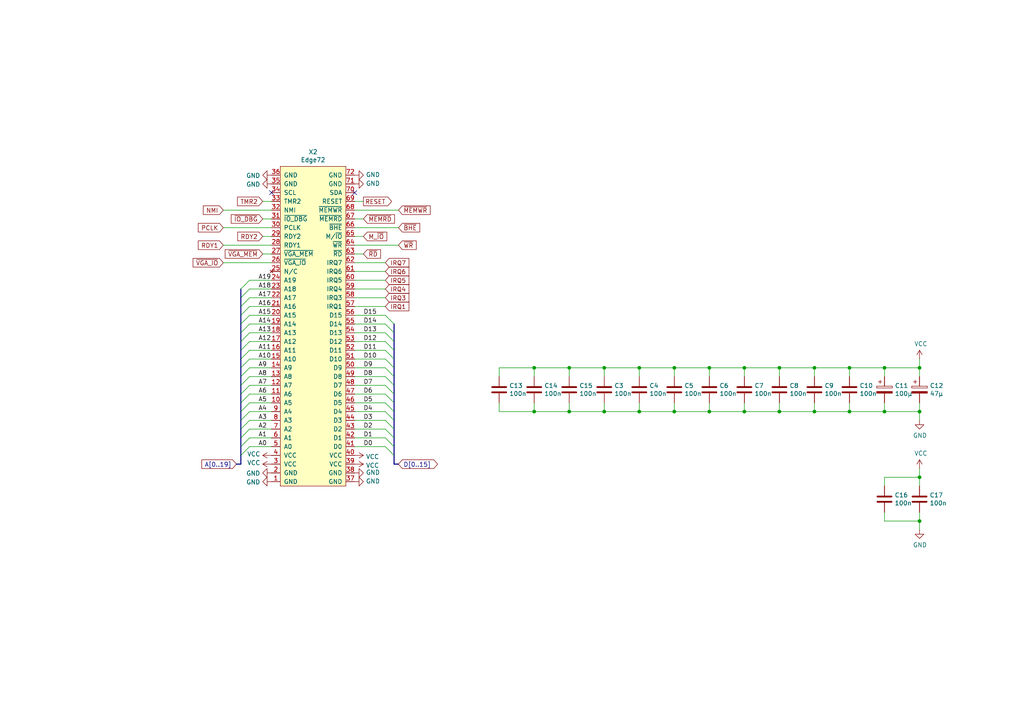
<source format=kicad_sch>
(kicad_sch (version 20230121) (generator eeschema)
  (paper "A4")
  (title_block (title "Mini8086 main system board") (rev "1.1"))
  (lib_symbols
    (symbol "Device:C" (pin_numbers hide) (pin_names (offset 0.254))
      (property "Reference" "C" (at 0.635 2.54 0))
      (property "Value" "C" (at 0.635 -2.54 0))
      (symbol "C_0_1"
        (polyline (pts (xy -2.032 -0.762) (xy 2.032 -0.762)) (stroke (width 0.508)))
        (polyline (pts (xy -2.032 0.762) (xy 2.032 0.762)) (stroke (width 0.508)))
      )
      (symbol "C_1_1"
        (pin passive line (at 0 3.81 270) (length 2.794) (name "~") (number "1"))
        (pin passive line (at 0 -3.81 90) (length 2.794) (name "~") (number "2"))
      )
    )
    (symbol "main-rescue:CP-Device" (pin_numbers hide) (pin_names (offset 0.254))
      (property "Reference" "C" (at 0.635 2.54 0))
      (property "Value" "Device_CP" (at 0.635 -2.54 0))
      (symbol "CP-Device_0_1"
        (rectangle (start -2.286 0.508) (end 2.286 1.016))
        (polyline (pts (xy -1.778 2.286) (xy -0.762 2.286)))
        (polyline (pts (xy -1.27 2.794) (xy -1.27 1.778)))
        (rectangle (start 2.286 -0.508) (end -2.286 -1.016) (fill (type outline)))
      )
      (symbol "CP-Device_1_1"
        (pin passive line (at 0 3.81 270) (length 2.794) (name "~") (number "1"))
        (pin passive line (at 0 -3.81 90) (length 2.794) (name "~") (number "2"))
      )
    )
    (symbol "main-rescue:Edge72-Mini8086" (pin_names (offset 1.016))
      (property "Reference" "X" (at 2.54 -49.53 0))
      (property "Value" "Mini8086_Edge72" (at -3.81 -49.53 0))
      (symbol "Edge72-Mini8086_0_1"
        (rectangle (start -8.89 45.72) (end 10.16 -46.99) (fill (type background)))
      )
      (symbol "Edge72-Mini8086_1_1"
        (pin passive line (at -11.43 -45.72 0) (length 2.54) (name "GND") (number "1"))
        (pin bidirectional line (at -11.43 -22.86 0) (length 2.54) (name "A5") (number "10"))
        (pin bidirectional line (at -11.43 -20.32 0) (length 2.54) (name "A6") (number "11"))
        (pin bidirectional line (at -11.43 -17.78 0) (length 2.54) (name "A7") (number "12"))
        (pin bidirectional line (at -11.43 -15.24 0) (length 2.54) (name "A8") (number "13"))
        (pin bidirectional line (at -11.43 -12.7 0) (length 2.54) (name "A9") (number "14"))
        (pin bidirectional line (at -11.43 -10.16 0) (length 2.54) (name "A10") (number "15"))
        (pin bidirectional line (at -11.43 -7.62 0) (length 2.54) (name "A11") (number "16"))
        (pin bidirectional line (at -11.43 -5.08 0) (length 2.54) (name "A12") (number "17"))
        (pin bidirectional line (at -11.43 -2.54 0) (length 2.54) (name "A13") (number "18"))
        (pin bidirectional line (at -11.43 0 0) (length 2.54) (name "A14") (number "19"))
        (pin passive line (at -11.43 -43.18 0) (length 2.54) (name "GND") (number "2"))
        (pin bidirectional line (at -11.43 2.54 0) (length 2.54) (name "A15") (number "20"))
        (pin bidirectional line (at -11.43 5.08 0) (length 2.54) (name "A16") (number "21"))
        (pin bidirectional line (at -11.43 7.62 0) (length 2.54) (name "A17") (number "22"))
        (pin bidirectional line (at -11.43 10.16 0) (length 2.54) (name "A18") (number "23"))
        (pin bidirectional line (at -11.43 12.7 0) (length 2.54) (name "A19") (number "24"))
        (pin no_connect line (at -11.43 15.24 0) (length 2.54) (name "N/C") (number "25"))
        (pin bidirectional line (at -11.43 17.78 0) (length 2.54) (name "~{VGA_IO}") (number "26"))
        (pin bidirectional line (at -11.43 20.32 0) (length 2.54) (name "~{VGA_MEM}") (number "27"))
        (pin passive line (at -11.43 22.86 0) (length 2.54) (name "RDY1") (number "28"))
        (pin passive line (at -11.43 25.4 0) (length 2.54) (name "RDY2") (number "29"))
        (pin passive line (at -11.43 -40.64 0) (length 2.54) (name "VCC") (number "3"))
        (pin passive line (at -11.43 27.94 0) (length 2.54) (name "PCLK") (number "30"))
        (pin passive line (at -11.43 30.48 0) (length 2.54) (name "~{IO_DBG}") (number "31"))
        (pin passive line (at -11.43 33.02 0) (length 2.54) (name "NMI") (number "32"))
        (pin passive line (at -11.43 35.56 0) (length 2.54) (name "TMR2") (number "33"))
        (pin passive line (at -11.43 38.1 0) (length 2.54) (name "SCL") (number "34"))
        (pin passive line (at -11.43 40.64 0) (length 2.54) (name "GND") (number "35"))
        (pin passive line (at -11.43 43.18 0) (length 2.54) (name "GND") (number "36"))
        (pin power_out line (at 12.7 -45.72 180) (length 2.54) (name "GND") (number "37"))
        (pin passive line (at 12.7 -43.18 180) (length 2.54) (name "GND") (number "38"))
        (pin power_out line (at 12.7 -40.64 180) (length 2.54) (name "VCC") (number "39"))
        (pin passive line (at -11.43 -38.1 0) (length 2.54) (name "VCC") (number "4"))
        (pin passive line (at 12.7 -38.1 180) (length 2.54) (name "VCC") (number "40"))
        (pin bidirectional line (at 12.7 -35.56 180) (length 2.54) (name "D0") (number "41"))
        (pin bidirectional line (at 12.7 -33.02 180) (length 2.54) (name "D1") (number "42"))
        (pin bidirectional line (at 12.7 -30.48 180) (length 2.54) (name "D2") (number "43"))
        (pin bidirectional line (at 12.7 -27.94 180) (length 2.54) (name "D3") (number "44"))
        (pin bidirectional line (at 12.7 -25.4 180) (length 2.54) (name "D4") (number "45"))
        (pin bidirectional line (at 12.7 -22.86 180) (length 2.54) (name "D5") (number "46"))
        (pin bidirectional line (at 12.7 -20.32 180) (length 2.54) (name "D6") (number "47"))
        (pin bidirectional line (at 12.7 -17.78 180) (length 2.54) (name "D7") (number "48"))
        (pin bidirectional line (at 12.7 -15.24 180) (length 2.54) (name "D8") (number "49"))
        (pin bidirectional line (at -11.43 -35.56 0) (length 2.54) (name "A0") (number "5"))
        (pin bidirectional line (at 12.7 -12.7 180) (length 2.54) (name "D9") (number "50"))
        (pin bidirectional line (at 12.7 -10.16 180) (length 2.54) (name "D10") (number "51"))
        (pin bidirectional line (at 12.7 -7.62 180) (length 2.54) (name "D11") (number "52"))
        (pin bidirectional line (at 12.7 -5.08 180) (length 2.54) (name "D12") (number "53"))
        (pin bidirectional line (at 12.7 -2.54 180) (length 2.54) (name "D13") (number "54"))
        (pin bidirectional line (at 12.7 0 180) (length 2.54) (name "D14") (number "55"))
        (pin bidirectional line (at 12.7 2.54 180) (length 2.54) (name "D15") (number "56"))
        (pin passive line (at 12.7 5.08 180) (length 2.54) (name "IRQ1") (number "57"))
        (pin passive line (at 12.7 7.62 180) (length 2.54) (name "IRQ3") (number "58"))
        (pin passive line (at 12.7 10.16 180) (length 2.54) (name "IRQ4") (number "59"))
        (pin bidirectional line (at -11.43 -33.02 0) (length 2.54) (name "A1") (number "6"))
        (pin passive line (at 12.7 12.7 180) (length 2.54) (name "IRQ5") (number "60"))
        (pin passive line (at 12.7 15.24 180) (length 2.54) (name "IRQ6") (number "61"))
        (pin passive line (at 12.7 17.78 180) (length 2.54) (name "IRQ7") (number "62"))
        (pin bidirectional line (at 12.7 20.32 180) (length 2.54) (name "~{RD}") (number "63"))
        (pin bidirectional line (at 12.7 22.86 180) (length 2.54) (name "~{WR}") (number "64"))
        (pin bidirectional line (at 12.7 25.4 180) (length 2.54) (name "M/~{IO}") (number "65"))
        (pin bidirectional line (at 12.7 27.94 180) (length 2.54) (name "~{BHE}") (number "66"))
        (pin bidirectional line (at 12.7 30.48 180) (length 2.54) (name "~{MEMRD}") (number "67"))
        (pin bidirectional line (at 12.7 33.02 180) (length 2.54) (name "~{MEMWR}") (number "68"))
        (pin passive line (at 12.7 35.56 180) (length 2.54) (name "RESET") (number "69"))
        (pin bidirectional line (at -11.43 -30.48 0) (length 2.54) (name "A2") (number "7"))
        (pin passive line (at 12.7 38.1 180) (length 2.54) (name "SDA") (number "70"))
        (pin passive line (at 12.7 40.64 180) (length 2.54) (name "GND") (number "71"))
        (pin passive line (at 12.7 43.18 180) (length 2.54) (name "GND") (number "72"))
        (pin bidirectional line (at -11.43 -27.94 0) (length 2.54) (name "A3") (number "8"))
        (pin bidirectional line (at -11.43 -25.4 0) (length 2.54) (name "A4") (number "9"))
      )
    )
    (symbol "power:GND" (power) (pin_names (offset 0))
      (property "Value" "GND" (at 0 -3.81 0))
      (symbol "GND_0_1"
        (polyline (pts (xy 0 0) (xy 0 -1.27) (xy 1.27 -1.27) (xy 0 -2.54) (xy -1.27 -1.27) (xy 0 -1.27)))
      )
      (symbol "GND_1_1"
        (pin power_in line (at 0 0 270) (length 0) hide (name "GND") (number "1"))
      )
    )
    (symbol "power:VCC" (power) (pin_names (offset 0))
      (property "Value" "VCC" (at 0 3.81 0))
      (symbol "VCC_0_1"
        (polyline (pts (xy -0.762 1.27) (xy 0 2.54)))
        (polyline (pts (xy 0 0) (xy 0 2.54)))
        (polyline (pts (xy 0 2.54) (xy 0.762 1.27)))
      )
      (symbol "VCC_1_1"
        (pin power_in line (at 0 0 90) (length 0) hide (name "VCC") (number "1"))
      )
    )
  )
  (junction (at 236.22 119.38))
  (junction (at 246.38 119.38))
  (junction (at 195.58 106.68))
  (junction (at 205.74 106.68))
  (junction (at 185.42 119.38))
  (junction (at 246.38 106.68))
  (junction (at 236.22 106.68))
  (junction (at 266.7 106.68))
  (junction (at 226.06 106.68))
  (junction (at 154.94 119.38))
  (junction (at 215.9 106.68))
  (junction (at 195.58 119.38))
  (junction (at 215.9 119.38))
  (junction (at 266.7 138.43))
  (junction (at 226.06 119.38))
  (junction (at 205.74 119.38))
  (junction (at 175.26 106.68))
  (junction (at 154.94 106.68))
  (junction (at 266.7 151.13))
  (junction (at 165.1 119.38))
  (junction (at 185.42 106.68))
  (junction (at 175.26 119.38))
  (junction (at 256.54 119.38))
  (junction (at 266.7 119.38))
  (junction (at 256.54 106.68))
  (junction (at 165.1 106.68))
  (no_connect (at 102.87 55.88))
  (no_connect (at 78.74 55.88))
  (bus_entry (at 72.39 99.06) (size -2.54 2.54))
  (bus_entry (at 72.39 116.84) (size -2.54 2.54))
  (bus_entry (at 72.39 124.46) (size -2.54 2.54))
  (bus_entry (at 72.39 111.76) (size -2.54 2.54))
  (bus_entry (at 111.76 116.84) (size 2.54 2.54))
  (bus_entry (at 111.76 106.68) (size 2.54 2.54))
  (bus_entry (at 111.76 124.46) (size 2.54 2.54))
  (bus_entry (at 72.39 121.92) (size -2.54 2.54))
  (bus_entry (at 72.39 96.52) (size -2.54 2.54))
  (bus_entry (at 72.39 106.68) (size -2.54 2.54))
  (bus_entry (at 72.39 109.22) (size -2.54 2.54))
  (bus_entry (at 111.76 114.3) (size 2.54 2.54))
  (bus_entry (at 111.76 91.44) (size 2.54 2.54))
  (bus_entry (at 72.39 104.14) (size -2.54 2.54))
  (bus_entry (at 111.76 99.06) (size 2.54 2.54))
  (bus_entry (at 111.76 119.38) (size 2.54 2.54))
  (bus_entry (at 72.39 114.3) (size -2.54 2.54))
  (bus_entry (at 111.76 129.54) (size 2.54 2.54))
  (bus_entry (at 111.76 101.6) (size 2.54 2.54))
  (bus_entry (at 72.39 81.28) (size -2.54 2.54))
  (bus_entry (at 111.76 109.22) (size 2.54 2.54))
  (bus_entry (at 72.39 91.44) (size -2.54 2.54))
  (bus_entry (at 111.76 96.52) (size 2.54 2.54))
  (bus_entry (at 111.76 121.92) (size 2.54 2.54))
  (bus_entry (at 72.39 129.54) (size -2.54 2.54))
  (bus_entry (at 111.76 111.76) (size 2.54 2.54))
  (bus_entry (at 72.39 83.82) (size -2.54 2.54))
  (bus_entry (at 72.39 127) (size -2.54 2.54))
  (bus_entry (at 72.39 101.6) (size -2.54 2.54))
  (bus_entry (at 72.39 88.9) (size -2.54 2.54))
  (bus_entry (at 72.39 119.38) (size -2.54 2.54))
  (bus_entry (at 111.76 93.98) (size 2.54 2.54))
  (bus_entry (at 111.76 104.14) (size 2.54 2.54))
  (bus_entry (at 111.76 127) (size 2.54 2.54))
  (bus_entry (at 72.39 93.98) (size -2.54 2.54))
  (bus_entry (at 72.39 86.36) (size -2.54 2.54))
  (wire (pts (xy 111.76 106.68) (xy 102.87 106.68)))
  (bus (pts (xy 69.85 83.82) (xy 69.85 86.36)))
  (bus (pts (xy 114.3 93.98) (xy 114.3 96.52)))
  (wire (pts (xy 236.22 119.38) (xy 236.22 116.84)))
  (bus (pts (xy 69.85 96.52) (xy 69.85 99.06)))
  (bus (pts (xy 114.3 99.06) (xy 114.3 101.6)))
  (wire (pts (xy 215.9 119.38) (xy 226.06 119.38)))
  (wire (pts (xy 144.78 106.68) (xy 144.78 109.22)))
  (wire (pts (xy 102.87 66.04) (xy 115.57 66.04)))
  (bus (pts (xy 114.3 129.54) (xy 114.3 132.08)))
  (wire (pts (xy 72.39 101.6) (xy 78.74 101.6)))
  (bus (pts (xy 69.85 114.3) (xy 69.85 116.84)))
  (wire (pts (xy 266.7 138.43) (xy 266.7 140.97)))
  (wire (pts (xy 72.39 119.38) (xy 78.74 119.38)))
  (wire (pts (xy 102.87 73.66) (xy 105.41 73.66)))
  (bus (pts (xy 69.85 106.68) (xy 69.85 109.22)))
  (wire (pts (xy 256.54 138.43) (xy 256.54 140.97)))
  (wire (pts (xy 266.7 138.43) (xy 256.54 138.43)))
  (wire (pts (xy 154.94 119.38) (xy 144.78 119.38)))
  (wire (pts (xy 111.76 101.6) (xy 102.87 101.6)))
  (wire (pts (xy 266.7 119.38) (xy 266.7 116.84)))
  (bus (pts (xy 114.3 101.6) (xy 114.3 104.14)))
  (wire (pts (xy 111.76 119.38) (xy 102.87 119.38)))
  (bus (pts (xy 114.3 116.84) (xy 114.3 119.38)))
  (wire (pts (xy 226.06 119.38) (xy 236.22 119.38)))
  (bus (pts (xy 69.85 116.84) (xy 69.85 119.38)))
  (wire (pts (xy 78.74 60.96) (xy 64.77 60.96)))
  (wire (pts (xy 78.74 71.12) (xy 64.77 71.12)))
  (wire (pts (xy 246.38 119.38) (xy 246.38 116.84)))
  (wire (pts (xy 78.74 73.66) (xy 76.2 73.66)))
  (bus (pts (xy 114.3 132.08) (xy 114.3 134.62)))
  (bus (pts (xy 114.3 111.76) (xy 114.3 114.3)))
  (wire (pts (xy 246.38 119.38) (xy 256.54 119.38)))
  (wire (pts (xy 266.7 151.13) (xy 266.7 148.59)))
  (wire (pts (xy 256.54 119.38) (xy 256.54 116.84)))
  (bus (pts (xy 114.3 109.22) (xy 114.3 111.76)))
  (wire (pts (xy 154.94 119.38) (xy 154.94 116.84)))
  (wire (pts (xy 256.54 151.13) (xy 256.54 148.59)))
  (wire (pts (xy 236.22 106.68) (xy 246.38 106.68)))
  (wire (pts (xy 72.39 81.28) (xy 78.74 81.28)))
  (wire (pts (xy 78.74 129.54) (xy 72.39 129.54)))
  (wire (pts (xy 195.58 106.68) (xy 205.74 106.68)))
  (wire (pts (xy 111.76 96.52) (xy 102.87 96.52)))
  (bus (pts (xy 114.3 106.68) (xy 114.3 109.22)))
  (wire (pts (xy 102.87 60.96) (xy 115.57 60.96)))
  (bus (pts (xy 69.85 134.62) (xy 68.58 134.62)))
  (wire (pts (xy 72.39 111.76) (xy 78.74 111.76)))
  (wire (pts (xy 102.87 68.58) (xy 105.41 68.58)))
  (bus (pts (xy 69.85 111.76) (xy 69.85 114.3)))
  (wire (pts (xy 111.76 81.28) (xy 102.87 81.28)))
  (wire (pts (xy 72.39 104.14) (xy 78.74 104.14)))
  (wire (pts (xy 154.94 106.68) (xy 154.94 109.22)))
  (wire (pts (xy 165.1 106.68) (xy 154.94 106.68)))
  (wire (pts (xy 195.58 109.22) (xy 195.58 106.68)))
  (wire (pts (xy 111.76 114.3) (xy 102.87 114.3)))
  (wire (pts (xy 72.39 116.84) (xy 78.74 116.84)))
  (wire (pts (xy 111.76 91.44) (xy 102.87 91.44)))
  (wire (pts (xy 102.87 71.12) (xy 115.57 71.12)))
  (wire (pts (xy 111.76 109.22) (xy 102.87 109.22)))
  (wire (pts (xy 72.39 91.44) (xy 78.74 91.44)))
  (wire (pts (xy 266.7 119.38) (xy 266.7 121.92)))
  (wire (pts (xy 72.39 99.06) (xy 78.74 99.06)))
  (wire (pts (xy 226.06 109.22) (xy 226.06 106.68)))
  (bus (pts (xy 114.3 121.92) (xy 114.3 124.46)))
  (wire (pts (xy 78.74 68.58) (xy 76.2 68.58)))
  (wire (pts (xy 185.42 106.68) (xy 195.58 106.68)))
  (wire (pts (xy 165.1 106.68) (xy 165.1 109.22)))
  (wire (pts (xy 266.7 151.13) (xy 256.54 151.13)))
  (bus (pts (xy 69.85 88.9) (xy 69.85 91.44)))
  (wire (pts (xy 154.94 106.68) (xy 144.78 106.68)))
  (bus (pts (xy 69.85 132.08) (xy 69.85 134.62)))
  (wire (pts (xy 175.26 116.84) (xy 175.26 119.38)))
  (wire (pts (xy 185.42 119.38) (xy 195.58 119.38)))
  (bus (pts (xy 69.85 129.54) (xy 69.85 132.08)))
  (wire (pts (xy 205.74 119.38) (xy 205.74 116.84)))
  (wire (pts (xy 205.74 119.38) (xy 215.9 119.38)))
  (wire (pts (xy 205.74 106.68) (xy 215.9 106.68)))
  (wire (pts (xy 165.1 119.38) (xy 154.94 119.38)))
  (bus (pts (xy 69.85 121.92) (xy 69.85 124.46)))
  (wire (pts (xy 72.39 93.98) (xy 78.74 93.98)))
  (wire (pts (xy 215.9 119.38) (xy 215.9 116.84)))
  (wire (pts (xy 175.26 119.38) (xy 165.1 119.38)))
  (wire (pts (xy 236.22 109.22) (xy 236.22 106.68)))
  (bus (pts (xy 69.85 127) (xy 69.85 129.54)))
  (bus (pts (xy 114.3 134.62) (xy 115.57 134.62)))
  (wire (pts (xy 111.76 121.92) (xy 102.87 121.92)))
  (wire (pts (xy 72.39 121.92) (xy 78.74 121.92)))
  (wire (pts (xy 175.26 109.22) (xy 175.26 106.68)))
  (bus (pts (xy 69.85 119.38) (xy 69.85 121.92)))
  (wire (pts (xy 256.54 109.22) (xy 256.54 106.68)))
  (wire (pts (xy 236.22 119.38) (xy 246.38 119.38)))
  (wire (pts (xy 72.39 83.82) (xy 78.74 83.82)))
  (wire (pts (xy 111.76 76.2) (xy 102.87 76.2)))
  (wire (pts (xy 111.76 78.74) (xy 102.87 78.74)))
  (bus (pts (xy 69.85 99.06) (xy 69.85 101.6)))
  (wire (pts (xy 111.76 99.06) (xy 102.87 99.06)))
  (wire (pts (xy 215.9 106.68) (xy 226.06 106.68)))
  (wire (pts (xy 246.38 106.68) (xy 256.54 106.68)))
  (bus (pts (xy 114.3 119.38) (xy 114.3 121.92)))
  (wire (pts (xy 195.58 119.38) (xy 195.58 116.84)))
  (wire (pts (xy 72.39 109.22) (xy 78.74 109.22)))
  (bus (pts (xy 69.85 93.98) (xy 69.85 96.52)))
  (bus (pts (xy 114.3 124.46) (xy 114.3 127)))
  (wire (pts (xy 266.7 153.67) (xy 266.7 151.13)))
  (wire (pts (xy 185.42 116.84) (xy 185.42 119.38)))
  (wire (pts (xy 78.74 76.2) (xy 64.77 76.2)))
  (wire (pts (xy 102.87 129.54) (xy 111.76 129.54)))
  (wire (pts (xy 111.76 93.98) (xy 102.87 93.98)))
  (wire (pts (xy 266.7 106.68) (xy 266.7 104.14)))
  (wire (pts (xy 111.76 111.76) (xy 102.87 111.76)))
  (bus (pts (xy 69.85 86.36) (xy 69.85 88.9)))
  (wire (pts (xy 78.74 63.5) (xy 76.2 63.5)))
  (bus (pts (xy 69.85 124.46) (xy 69.85 127)))
  (wire (pts (xy 102.87 88.9) (xy 111.76 88.9)))
  (wire (pts (xy 256.54 119.38) (xy 266.7 119.38)))
  (wire (pts (xy 165.1 119.38) (xy 165.1 116.84)))
  (bus (pts (xy 114.3 114.3) (xy 114.3 116.84)))
  (wire (pts (xy 78.74 58.42) (xy 76.2 58.42)))
  (wire (pts (xy 111.76 83.82) (xy 102.87 83.82)))
  (wire (pts (xy 246.38 109.22) (xy 246.38 106.68)))
  (wire (pts (xy 111.76 127) (xy 102.87 127)))
  (bus (pts (xy 69.85 91.44) (xy 69.85 93.98)))
  (wire (pts (xy 72.39 114.3) (xy 78.74 114.3)))
  (wire (pts (xy 72.39 106.68) (xy 78.74 106.68)))
  (bus (pts (xy 69.85 104.14) (xy 69.85 106.68)))
  (wire (pts (xy 175.26 106.68) (xy 165.1 106.68)))
  (wire (pts (xy 72.39 86.36) (xy 78.74 86.36)))
  (bus (pts (xy 114.3 96.52) (xy 114.3 99.06)))
  (wire (pts (xy 111.76 124.46) (xy 102.87 124.46)))
  (wire (pts (xy 72.39 88.9) (xy 78.74 88.9)))
  (bus (pts (xy 114.3 104.14) (xy 114.3 106.68)))
  (wire (pts (xy 78.74 66.04) (xy 64.77 66.04)))
  (wire (pts (xy 195.58 119.38) (xy 205.74 119.38)))
  (wire (pts (xy 111.76 116.84) (xy 102.87 116.84)))
  (wire (pts (xy 102.87 63.5) (xy 105.41 63.5)))
  (wire (pts (xy 72.39 124.46) (xy 78.74 124.46)))
  (wire (pts (xy 256.54 106.68) (xy 266.7 106.68)))
  (wire (pts (xy 266.7 135.89) (xy 266.7 138.43)))
  (wire (pts (xy 72.39 96.52) (xy 78.74 96.52)))
  (wire (pts (xy 102.87 58.42) (xy 105.41 58.42)))
  (wire (pts (xy 72.39 127) (xy 78.74 127)))
  (wire (pts (xy 111.76 104.14) (xy 102.87 104.14)))
  (wire (pts (xy 175.26 119.38) (xy 185.42 119.38)))
  (wire (pts (xy 205.74 109.22) (xy 205.74 106.68)))
  (wire (pts (xy 185.42 109.22) (xy 185.42 106.68)))
  (wire (pts (xy 226.06 106.68) (xy 236.22 106.68)))
  (wire (pts (xy 102.87 86.36) (xy 111.76 86.36)))
  (wire (pts (xy 226.06 119.38) (xy 226.06 116.84)))
  (bus (pts (xy 114.3 127) (xy 114.3 129.54)))
  (wire (pts (xy 266.7 106.68) (xy 266.7 109.22)))
  (bus (pts (xy 69.85 109.22) (xy 69.85 111.76)))
  (bus (pts (xy 69.85 101.6) (xy 69.85 104.14)))
  (wire (pts (xy 215.9 109.22) (xy 215.9 106.68)))
  (wire (pts (xy 175.26 106.68) (xy 185.42 106.68)))
  (wire (pts (xy 144.78 119.38) (xy 144.78 116.84)))
  (label "D1" (at 105.41 127 0))
  (label "A3" (at 74.93 121.92 0))
  (label "D5" (at 105.41 116.84 0))
  (label "D2" (at 105.41 124.46 0))
  (label "A6" (at 74.93 114.3 0))
  (label "A18" (at 74.93 83.82 0))
  (label "A11" (at 74.93 101.6 0))
  (label "A4" (at 74.93 119.38 0))
  (label "D15" (at 105.41 91.44 0))
  (label "A0" (at 74.93 129.54 0))
  (label "A16" (at 74.93 88.9 0))
  (label "A7" (at 74.93 111.76 0))
  (label "A17" (at 74.93 86.36 0))
  (label "A9" (at 74.93 106.68 0))
  (label "D7" (at 105.41 111.76 0))
  (label "D11" (at 105.41 101.6 0))
  (label "A10" (at 74.93 104.14 0))
  (label "A15" (at 74.93 91.44 0))
  (label "A2" (at 74.93 124.46 0))
  (label "D6" (at 105.41 114.3 0))
  (label "A14" (at 74.93 93.98 0))
  (label "A19" (at 74.93 81.28 0))
  (label "A1" (at 74.93 127 0))
  (label "D14" (at 105.41 93.98 0))
  (label "D9" (at 105.41 106.68 0))
  (label "D3" (at 105.41 121.92 0))
  (label "D12" (at 105.41 99.06 0))
  (label "A5" (at 74.93 116.84 0))
  (label "A12" (at 74.93 99.06 0))
  (label "A8" (at 74.93 109.22 0))
  (label "D13" (at 105.41 96.52 0))
  (label "A13" (at 74.93 96.52 0))
  (label "D0" (at 105.41 129.54 0))
  (label "D8" (at 105.41 109.22 0))
  (label "D10" (at 105.41 104.14 0))
  (label "D4" (at 105.41 119.38 0))
  (global_label "RESET" (shape output) (at 105.41 58.42 0) (property "Intersheetrefs" "${INTERSHEET_REFS}" (effects hide)))
  (global_label "~{IO_DBG}" (shape input) (at 76.2 63.5 180) (property "Intersheetrefs" "${INTERSHEET_REFS}" (effects hide)))
  (global_label "~{VGA_MEM}" (shape input) (at 76.2 73.66 180) (property "Intersheetrefs" "${INTERSHEET_REFS}" (effects hide)))
  (global_label "~{MEMRD}" (shape input) (at 105.41 63.5 0) (property "Intersheetrefs" "${INTERSHEET_REFS}" (effects hide)))
  (global_label "A[0..19]" (shape input) (at 68.58 134.62 180) (property "Intersheetrefs" "${INTERSHEET_REFS}" (effects hide)))
  (global_label "~{RD}" (shape input) (at 105.41 73.66 0) (property "Intersheetrefs" "${INTERSHEET_REFS}" (effects hide)))
  (global_label "IRQ7" (shape input) (at 111.76 76.2 0) (property "Intersheetrefs" "${INTERSHEET_REFS}" (effects hide)))
  (global_label "RDY1" (shape input) (at 64.77 71.12 180) (property "Intersheetrefs" "${INTERSHEET_REFS}" (effects hide)))
  (global_label "~{MEMWR}" (shape input) (at 115.57 60.96 0) (property "Intersheetrefs" "${INTERSHEET_REFS}" (effects hide)))
  (global_label "NMI" (shape input) (at 64.77 60.96 180) (property "Intersheetrefs" "${INTERSHEET_REFS}" (effects hide)))
  (global_label "~{VGA_IO}" (shape input) (at 64.77 76.2 180) (property "Intersheetrefs" "${INTERSHEET_REFS}" (effects hide)))
  (global_label "PCLK" (shape input) (at 64.77 66.04 180) (property "Intersheetrefs" "${INTERSHEET_REFS}" (effects hide)))
  (global_label "~{WR}" (shape input) (at 115.57 71.12 0) (property "Intersheetrefs" "${INTERSHEET_REFS}" (effects hide)))
  (global_label "~{BHE}" (shape input) (at 115.57 66.04 0) (property "Intersheetrefs" "${INTERSHEET_REFS}" (effects hide)))
  (global_label "IRQ1" (shape input) (at 111.76 88.9 0) (property "Intersheetrefs" "${INTERSHEET_REFS}" (effects hide)))
  (global_label "TMR2" (shape input) (at 76.2 58.42 180) (property "Intersheetrefs" "${INTERSHEET_REFS}" (effects hide)))
  (global_label "RDY2" (shape input) (at 76.2 68.58 180) (property "Intersheetrefs" "${INTERSHEET_REFS}" (effects hide)))
  (global_label "IRQ5" (shape input) (at 111.76 81.28 0) (property "Intersheetrefs" "${INTERSHEET_REFS}" (effects hide)))
  (global_label "M_~{IO}" (shape input) (at 105.41 68.58 0) (property "Intersheetrefs" "${INTERSHEET_REFS}" (effects hide)))
  (global_label "D[0..15]" (shape bidirectional) (at 115.57 134.62 0) (property "Intersheetrefs" "${INTERSHEET_REFS}" (effects hide)))
  (global_label "IRQ4" (shape input) (at 111.76 83.82 0) (property "Intersheetrefs" "${INTERSHEET_REFS}" (effects hide)))
  (global_label "IRQ3" (shape input) (at 111.76 86.36 0) (property "Intersheetrefs" "${INTERSHEET_REFS}" (effects hide)))
  (global_label "IRQ6" (shape input) (at 111.76 78.74 0) (property "Intersheetrefs" "${INTERSHEET_REFS}" (effects hide)))
  (symbol (lib_id "power:GND") (at 102.87 139.7 90) (unit 1)
    (property "Reference" "#PWR054" (effects hide))
    (property "Value" "GND" (at 106.1212 139.573 90) (effects (justify right)))
  )
  (symbol (lib_id "power:GND") (at 102.87 137.16 90) (unit 1)
    (property "Reference" "#PWR053" (effects hide))
    (property "Value" "GND" (at 106.1212 137.033 90) (effects (justify right)))
  )
  (symbol (lib_id "power:GND") (at 78.74 137.16 270) (unit 1)
    (property "Reference" "#PWR047" (effects hide))
    (property "Value" "GND" (at 75.4888 137.287 90) (effects (justify right)))
  )
  (symbol (lib_id "power:GND") (at 78.74 139.7 270) (unit 1)
    (property "Reference" "#PWR048" (effects hide))
    (property "Value" "GND" (at 75.4888 139.827 90) (effects (justify right)))
  )
  (symbol (lib_id "power:GND") (at 78.74 50.8 270) (unit 1)
    (property "Reference" "#PWR043" (effects hide))
    (property "Value" "GND" (at 75.4888 50.927 90) (effects (justify right)))
  )
  (symbol (lib_id "power:GND") (at 78.74 53.34 270) (unit 1)
    (property "Reference" "#PWR044" (effects hide))
    (property "Value" "GND" (at 75.4888 53.467 90) (effects (justify right)))
  )
  (symbol (lib_id "power:GND") (at 102.87 50.8 90) (unit 1)
    (property "Reference" "#PWR049" (effects hide))
    (property "Value" "GND" (at 106.1212 50.673 90) (effects (justify right)))
  )
  (symbol (lib_id "power:GND") (at 102.87 53.34 90) (unit 1)
    (property "Reference" "#PWR050" (effects hide))
    (property "Value" "GND" (at 106.1212 53.213 90) (effects (justify right)))
  )
  (symbol (lib_id "power:VCC") (at 102.87 132.08 270) (unit 1)
    (property "Reference" "#PWR051" (effects hide))
    (property "Value" "VCC" (at 106.1212 132.461 90) (effects (justify left)))
  )
  (symbol (lib_id "power:VCC") (at 102.87 134.62 270) (unit 1)
    (property "Reference" "#PWR052" (effects hide))
    (property "Value" "VCC" (at 106.1212 135.001 90) (effects (justify left)))
  )
  (symbol (lib_id "power:VCC") (at 78.74 134.62 90) (unit 1)
    (property "Reference" "#PWR046" (effects hide))
    (property "Value" "VCC" (at 75.5142 134.239 90) (effects (justify left)))
  )
  (symbol (lib_id "power:VCC") (at 78.74 132.08 90) (unit 1)
    (property "Reference" "#PWR045" (effects hide))
    (property "Value" "VCC" (at 75.5142 131.699 90) (effects (justify left)))
  )
  (symbol (lib_id "Device:C") (at 165.1 113.03 0) (unit 1)
    (property "Reference" "C15" (at 168.021 111.8616 0) (effects (justify left)))
    (property "Value" "100n" (at 168.021 114.173 0) (effects (justify left)))
    (property "Footprint" "Capacitor_THT:C_Disc_D4.3mm_W1.9mm_P5.00mm" (effects hide))
  )
  (symbol (lib_id "Device:C") (at 154.94 113.03 0) (unit 1)
    (property "Reference" "C14" (at 157.861 111.8616 0) (effects (justify left)))
    (property "Value" "100n" (at 157.861 114.173 0) (effects (justify left)))
    (property "Footprint" "Capacitor_THT:C_Disc_D4.3mm_W1.9mm_P5.00mm" (effects hide))
  )
  (symbol (lib_id "Device:C") (at 144.78 113.03 0) (unit 1)
    (property "Reference" "C13" (at 147.701 111.8616 0) (effects (justify left)))
    (property "Value" "100n" (at 147.701 114.173 0) (effects (justify left)))
    (property "Footprint" "Capacitor_THT:C_Disc_D4.3mm_W1.9mm_P5.00mm" (effects hide))
  )
  (symbol (lib_id "main-rescue:Edge72-Mini8086") (at 90.17 93.98 0) (unit 1)
    (property "Reference" "X2" (at 90.805 44.069 0))
    (property "Value" "Edge72" (at 90.805 46.3804 0))
    (property "Footprint" "Mini8086:BUS_72" (effects hide))
  )
  (symbol (lib_id "Device:C") (at 175.26 113.03 0) (unit 1)
    (property "Reference" "C3" (at 178.181 111.8616 0) (effects (justify left)))
    (property "Value" "100n" (at 178.181 114.173 0) (effects (justify left)))
    (property "Footprint" "Capacitor_THT:C_Disc_D4.3mm_W1.9mm_P5.00mm" (effects hide))
  )
  (symbol (lib_id "Device:C") (at 185.42 113.03 0) (unit 1)
    (property "Reference" "C4" (at 188.341 111.8616 0) (effects (justify left)))
    (property "Value" "100n" (at 188.341 114.173 0) (effects (justify left)))
    (property "Footprint" "Capacitor_THT:C_Disc_D4.3mm_W1.9mm_P5.00mm" (effects hide))
  )
  (symbol (lib_id "Device:C") (at 195.58 113.03 0) (unit 1)
    (property "Reference" "C5" (at 198.501 111.8616 0) (effects (justify left)))
    (property "Value" "100n" (at 198.501 114.173 0) (effects (justify left)))
    (property "Footprint" "Capacitor_THT:C_Disc_D4.3mm_W1.9mm_P5.00mm" (effects hide))
  )
  (symbol (lib_id "Device:C") (at 205.74 113.03 0) (unit 1)
    (property "Reference" "C6" (at 208.661 111.8616 0) (effects (justify left)))
    (property "Value" "100n" (at 208.661 114.173 0) (effects (justify left)))
    (property "Footprint" "Capacitor_THT:C_Disc_D4.3mm_W1.9mm_P5.00mm" (effects hide))
  )
  (symbol (lib_id "Device:C") (at 215.9 113.03 0) (unit 1)
    (property "Reference" "C7" (at 218.821 111.8616 0) (effects (justify left)))
    (property "Value" "100n" (at 218.821 114.173 0) (effects (justify left)))
    (property "Footprint" "Capacitor_THT:C_Disc_D4.3mm_W1.9mm_P5.00mm" (effects hide))
  )
  (symbol (lib_id "Device:C") (at 226.06 113.03 0) (unit 1)
    (property "Reference" "C8" (at 228.981 111.8616 0) (effects (justify left)))
    (property "Value" "100n" (at 228.981 114.173 0) (effects (justify left)))
    (property "Footprint" "Capacitor_THT:C_Disc_D4.3mm_W1.9mm_P5.00mm" (effects hide))
  )
  (symbol (lib_id "Device:C") (at 236.22 113.03 0) (unit 1)
    (property "Reference" "C9" (at 239.141 111.8616 0) (effects (justify left)))
    (property "Value" "100n" (at 239.141 114.173 0) (effects (justify left)))
    (property "Footprint" "Capacitor_THT:C_Disc_D4.3mm_W1.9mm_P5.00mm" (effects hide))
  )
  (symbol (lib_id "Device:C") (at 246.38 113.03 0) (unit 1)
    (property "Reference" "C10" (at 249.301 111.8616 0) (effects (justify left)))
    (property "Value" "100n" (at 249.301 114.173 0) (effects (justify left)))
    (property "Footprint" "Capacitor_THT:C_Disc_D4.3mm_W1.9mm_P5.00mm" (effects hide))
  )
  (symbol (lib_id "main-rescue:CP-Device") (at 256.54 113.03 0) (unit 1)
    (property "Reference" "C11" (at 259.5372 111.8616 0) (effects (justify left)))
    (property "Value" "100µ" (at 259.5372 114.173 0) (effects (justify left)))
    (property "Footprint" "Capacitor_THT:CP_Radial_D8.0mm_P3.50mm" (effects hide))
  )
  (symbol (lib_id "main-rescue:CP-Device") (at 266.7 113.03 0) (unit 1)
    (property "Reference" "C12" (at 269.6972 111.8616 0) (effects (justify left)))
    (property "Value" "47µ" (at 269.6972 114.173 0) (effects (justify left)))
    (property "Footprint" "Capacitor_THT:CP_Radial_D4.0mm_P2.00mm" (effects hide))
  )
  (symbol (lib_id "power:GND") (at 266.7 121.92 0) (unit 1)
    (property "Reference" "#PWR055" (effects hide))
    (property "Value" "GND" (at 266.827 126.3142 0))
  )
  (symbol (lib_id "power:VCC") (at 266.7 104.14 0) (unit 1)
    (property "Reference" "#PWR038" (effects hide))
    (property "Value" "VCC" (at 267.081 99.7458 0))
  )
  (symbol (lib_id "Device:C") (at 266.7 144.78 0) (unit 1)
    (property "Reference" "C17" (at 269.621 143.6116 0) (effects (justify left)))
    (property "Value" "100n" (at 269.621 145.923 0) (effects (justify left)))
    (property "Footprint" "Capacitor_THT:C_Disc_D4.3mm_W1.9mm_P5.00mm" (effects hide))
  )
  (symbol (lib_id "Device:C") (at 256.54 144.78 0) (unit 1)
    (property "Reference" "C16" (at 259.461 143.6116 0) (effects (justify left)))
    (property "Value" "100n" (at 259.461 145.923 0) (effects (justify left)))
    (property "Footprint" "Capacitor_THT:C_Disc_D4.3mm_W1.9mm_P5.00mm" (effects hide))
  )
  (symbol (lib_id "power:GND") (at 266.7 153.67 0) (unit 1)
    (property "Reference" "#PWR063" (effects hide))
    (property "Value" "GND" (at 266.827 158.0642 0))
  )
  (symbol (lib_id "power:VCC") (at 266.7 135.89 0) (unit 1)
    (property "Reference" "#PWR062" (effects hide))
    (property "Value" "VCC" (at 267.081 131.4958 0))
  )
)
</source>
